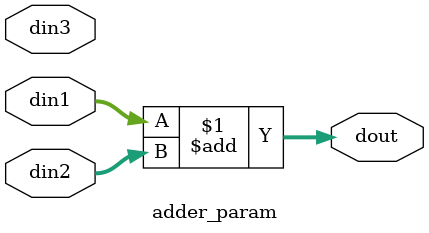
<source format=v>
module adder_param #(
    parameter WIDTH = 32,
    parameter DEPTH = 10
)(
    input [WIDTH-1:0] din1,
    input [WIDTH-1:0] din2,
    input [DEPTH-1:0] din3,
    output [WIDTH:0] dout
);

    assign dout = din1 + din2;

endmodule
</source>
